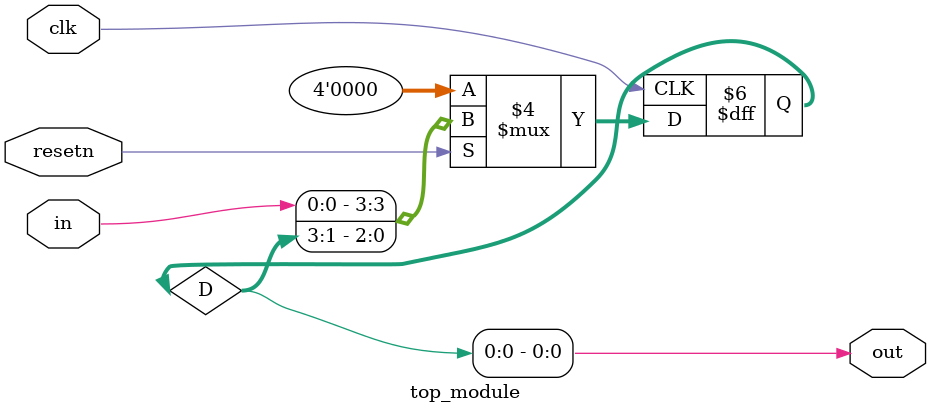
<source format=v>
module top_module (
    input clk,
    input resetn,   // synchronous reset
    input in,
    output reg out);
	
    reg [3:0] D;
    assign out = D[0];
    always@(posedge clk) begin
        if(!resetn) begin
        	D <= 0;
        end
        else begin
            D <= {in,D[3:1]};
        end
    end
endmodule


</source>
